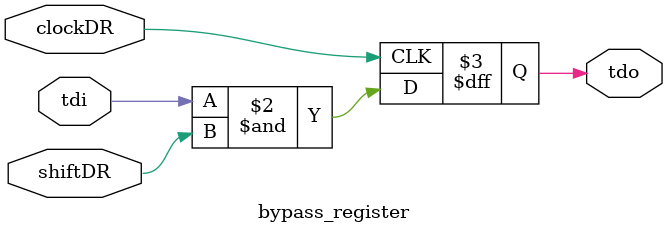
<source format=sv>

module bypass_register 
  (input logic  tdi, 
   input logic 	clockDR, 
   input logic 	shiftDR,
   output logic tdo);

   always @(posedge clockDR) begin
      tdo <= tdi & shiftDR;   // 10.1.1 (b)
   end
   
endmodule // bypass_register

</source>
